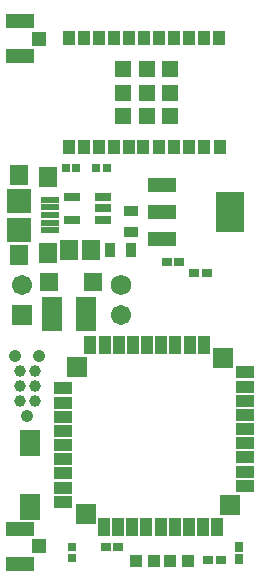
<source format=gts>
G04 Layer_Color=8388736*
%FSLAX24Y24*%
%MOIN*%
G70*
G01*
G75*
%ADD65R,0.0946X0.0493*%
%ADD66R,0.0474X0.0493*%
%ADD67R,0.0552X0.0552*%
%ADD68R,0.0395X0.0474*%
%ADD69R,0.0433X0.0630*%
%ADD70R,0.0630X0.0433*%
%ADD71R,0.0709X0.0709*%
%ADD72R,0.0630X0.0433*%
%ADD73R,0.0926X0.1360*%
%ADD74R,0.0926X0.0454*%
%ADD75R,0.0560X0.0300*%
%ADD76R,0.0300X0.0308*%
%ADD77R,0.0280X0.0330*%
%ADD78R,0.0330X0.0280*%
%ADD79R,0.0600X0.0680*%
%ADD80C,0.0390*%
%ADD81R,0.0612X0.0237*%
%ADD82R,0.0592X0.0651*%
%ADD83R,0.0828X0.0828*%
%ADD84R,0.0631X0.0710*%
%ADD85R,0.0640X0.0640*%
%ADD86R,0.0380X0.0480*%
%ADD87R,0.0480X0.0380*%
%ADD88R,0.0710X0.1150*%
%ADD89R,0.0277X0.0316*%
%ADD90R,0.0395X0.0395*%
%ADD91R,0.0710X0.0867*%
%ADD92C,0.0680*%
%ADD93C,0.0671*%
%ADD94R,0.0671X0.0671*%
%ADD95C,0.0420*%
D65*
X-4636Y10315D02*
D03*
Y11476D02*
D03*
Y-6604D02*
D03*
Y-5443D02*
D03*
D66*
X-4016Y10896D02*
D03*
Y-6024D02*
D03*
D67*
X-1214Y9098D02*
D03*
Y8311D02*
D03*
X-426D02*
D03*
Y9098D02*
D03*
X361Y8311D02*
D03*
Y9098D02*
D03*
X-1214Y9886D02*
D03*
X-426D02*
D03*
X361D02*
D03*
D68*
X-3025Y7287D02*
D03*
X-2525D02*
D03*
X-2025D02*
D03*
X-1525D02*
D03*
X-1025D02*
D03*
X-533D02*
D03*
X-25D02*
D03*
X475D02*
D03*
X975D02*
D03*
X1475D02*
D03*
X2025D02*
D03*
X1975Y10909D02*
D03*
X-3025D02*
D03*
X-2525D02*
D03*
X-2025D02*
D03*
X-1525D02*
D03*
X-1025D02*
D03*
X-525D02*
D03*
X-25D02*
D03*
X475D02*
D03*
X975D02*
D03*
X1475D02*
D03*
D69*
X-1854Y-5387D02*
D03*
X1453D02*
D03*
X35D02*
D03*
X1925D02*
D03*
X-2300Y676D02*
D03*
X-1356D02*
D03*
X-909Y-5387D02*
D03*
X-1382D02*
D03*
X-437D02*
D03*
X1479Y676D02*
D03*
X-411D02*
D03*
X1007D02*
D03*
X-1828D02*
D03*
X508Y-5387D02*
D03*
X-883Y676D02*
D03*
X62D02*
D03*
X980Y-5387D02*
D03*
X534Y676D02*
D03*
D70*
X2838Y-1647D02*
D03*
Y-2120D02*
D03*
X-3225Y-759D02*
D03*
X2838Y-230D02*
D03*
Y-702D02*
D03*
Y-4009D02*
D03*
X-3225Y-1232D02*
D03*
Y-3122D02*
D03*
Y-2177D02*
D03*
X2838Y-3065D02*
D03*
Y-3537D02*
D03*
X-3225Y-2649D02*
D03*
Y-1704D02*
D03*
X2838Y-1175D02*
D03*
Y-2592D02*
D03*
X-3225Y-3594D02*
D03*
D71*
X2359Y-4659D02*
D03*
X2109Y241D02*
D03*
X-2741Y-59D02*
D03*
X-2441Y-4959D02*
D03*
D72*
X-3225Y-4539D02*
D03*
Y-4067D02*
D03*
D73*
X2362Y5128D02*
D03*
D74*
X79Y4222D02*
D03*
Y6033D02*
D03*
Y5128D02*
D03*
D75*
X-1880Y4862D02*
D03*
Y5236D02*
D03*
Y5616D02*
D03*
X-2912D02*
D03*
Y4862D02*
D03*
D76*
X-2908Y-6431D02*
D03*
Y-6053D02*
D03*
D77*
X2667Y-6447D02*
D03*
Y-6033D02*
D03*
D78*
X2047Y-6496D02*
D03*
X1634D02*
D03*
X236Y3445D02*
D03*
X650D02*
D03*
X1576Y3100D02*
D03*
X1163D02*
D03*
X-1378Y-6053D02*
D03*
X-1791D02*
D03*
D79*
X-2277Y3858D02*
D03*
X-3031D02*
D03*
D80*
X-4650Y-693D02*
D03*
X-4150Y-193D02*
D03*
Y-693D02*
D03*
X-4650Y-1193D02*
D03*
X-4150D02*
D03*
X-4650Y-193D02*
D03*
D81*
X-3642Y4764D02*
D03*
Y4508D02*
D03*
Y5020D02*
D03*
Y5276D02*
D03*
Y5531D02*
D03*
D82*
X-4695Y6368D02*
D03*
X-4695Y3671D02*
D03*
D83*
X-4695Y5493D02*
D03*
X-4695Y4509D02*
D03*
D84*
X-3730Y3760D02*
D03*
Y6280D02*
D03*
D85*
X-3683Y2776D02*
D03*
X-2224D02*
D03*
D86*
X-933Y3861D02*
D03*
X-1633D02*
D03*
D87*
X-952Y4437D02*
D03*
Y5137D02*
D03*
D88*
X-2461Y1713D02*
D03*
X-3572D02*
D03*
D89*
X-2766Y6575D02*
D03*
X-3120D02*
D03*
X-1752D02*
D03*
X-2106D02*
D03*
D90*
X-197Y-6506D02*
D03*
X-787D02*
D03*
X354Y-6506D02*
D03*
X945D02*
D03*
D91*
X-4321Y-2589D02*
D03*
Y-4715D02*
D03*
D92*
X-1280Y2677D02*
D03*
D93*
Y1677D02*
D03*
X-4567Y2693D02*
D03*
D94*
Y1693D02*
D03*
D95*
X-4400Y-1693D02*
D03*
X-4800Y307D02*
D03*
X-4000D02*
D03*
M02*

</source>
